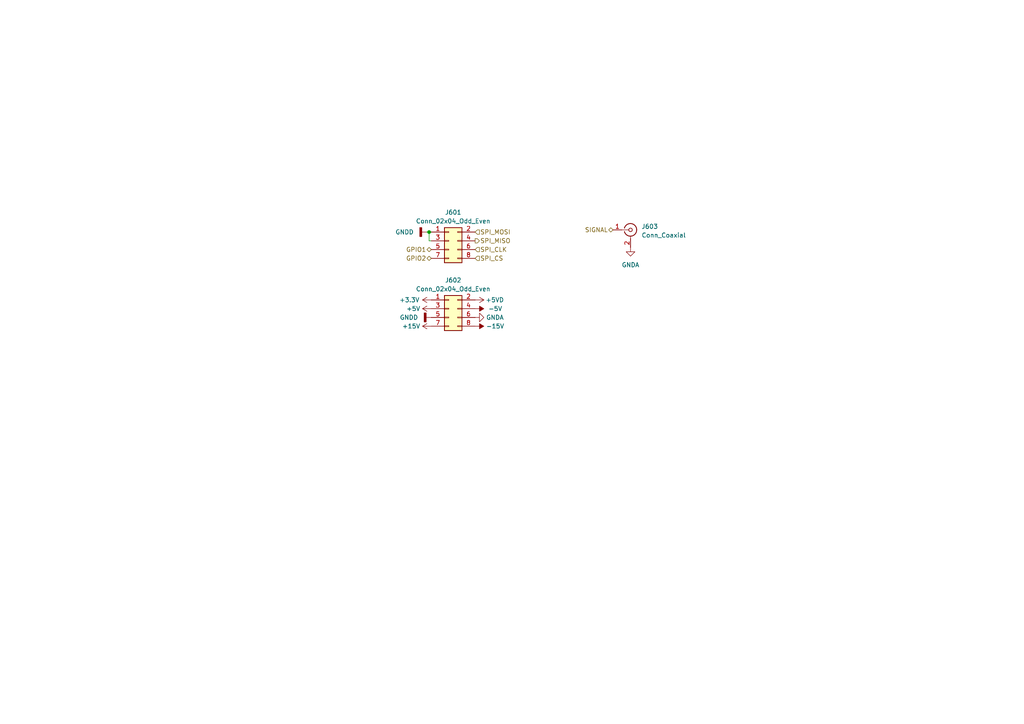
<source format=kicad_sch>
(kicad_sch (version 20230121) (generator eeschema)
  (paper "A4")
  (lib_symbols
    (symbol "Connector:Conn_Coaxial" (pin_names (offset 1.016) hide)
      (property "Reference" "J" (at 0.254 3.048 0))
      (property "Value" "Conn_Coaxial" (at 2.921 0 90))
      (symbol "Conn_Coaxial_0_1"
        (arc (start -1.778 -0.508) (mid 0.2311 -1.8066) (end 1.778 0) (stroke (width 0.254)))
        (polyline (pts (xy -2.54 0) (xy -0.508 0)))
        (polyline (pts (xy 0 -2.54) (xy 0 -1.778)))
        (circle (center 0 0) (radius 0.508) (stroke (width 0.2032)))
        (arc (start 1.778 0) (mid 0.2099 1.8101) (end -1.778 0.508) (stroke (width 0.254)))
      )
      (symbol "Conn_Coaxial_1_1"
        (pin passive line (at -5.08 0 0) (length 2.54) (name "In") (number "1"))
        (pin passive line (at 0 -5.08 90) (length 2.54) (name "Ext") (number "2"))
      )
    )
    (symbol "Connector_Generic:Conn_02x04_Odd_Even" (pin_names (offset 1.016) hide)
      (property "Reference" "J" (at 1.27 5.08 0))
      (property "Value" "Conn_02x04_Odd_Even" (at 1.27 -7.62 0))
      (symbol "Conn_02x04_Odd_Even_1_1"
        (rectangle (start -1.27 -4.953) (end 0 -5.207) (stroke (width 0.1524)))
        (rectangle (start -1.27 -2.413) (end 0 -2.667) (stroke (width 0.1524)))
        (rectangle (start -1.27 0.127) (end 0 -0.127) (stroke (width 0.1524)))
        (rectangle (start -1.27 2.667) (end 0 2.413) (stroke (width 0.1524)))
        (rectangle (start -1.27 3.81) (end 3.81 -6.35) (stroke (width 0.254)) (fill (type background)))
        (rectangle (start 3.81 -4.953) (end 2.54 -5.207) (stroke (width 0.1524)))
        (rectangle (start 3.81 -2.413) (end 2.54 -2.667) (stroke (width 0.1524)))
        (rectangle (start 3.81 0.127) (end 2.54 -0.127) (stroke (width 0.1524)))
        (rectangle (start 3.81 2.667) (end 2.54 2.413) (stroke (width 0.1524)))
        (pin passive line (at -5.08 2.54 0) (length 3.81) (name "Pin_1") (number "1"))
        (pin passive line (at 7.62 2.54 180) (length 3.81) (name "Pin_2") (number "2"))
        (pin passive line (at -5.08 0 0) (length 3.81) (name "Pin_3") (number "3"))
        (pin passive line (at 7.62 0 180) (length 3.81) (name "Pin_4") (number "4"))
        (pin passive line (at -5.08 -2.54 0) (length 3.81) (name "Pin_5") (number "5"))
        (pin passive line (at 7.62 -2.54 180) (length 3.81) (name "Pin_6") (number "6"))
        (pin passive line (at -5.08 -5.08 0) (length 3.81) (name "Pin_7") (number "7"))
        (pin passive line (at 7.62 -5.08 180) (length 3.81) (name "Pin_8") (number "8"))
      )
    )
    (symbol "power:+15V" (power) (pin_names (offset 0))
      (property "Value" "+15V" (at 0 3.556 0))
      (symbol "+15V_0_1"
        (polyline (pts (xy -0.762 1.27) (xy 0 2.54)))
        (polyline (pts (xy 0 0) (xy 0 2.54)))
        (polyline (pts (xy 0 2.54) (xy 0.762 1.27)))
      )
      (symbol "+15V_1_1"
        (pin power_in line (at 0 0 90) (length 0) hide (name "+15V") (number "1"))
      )
    )
    (symbol "power:+3.3V" (power) (pin_names (offset 0))
      (property "Value" "+3.3V" (at 0 3.556 0))
      (symbol "+3.3V_0_1"
        (polyline (pts (xy -0.762 1.27) (xy 0 2.54)))
        (polyline (pts (xy 0 0) (xy 0 2.54)))
        (polyline (pts (xy 0 2.54) (xy 0.762 1.27)))
      )
      (symbol "+3.3V_1_1"
        (pin power_in line (at 0 0 90) (length 0) hide (name "+3.3V") (number "1"))
      )
    )
    (symbol "power:+5V" (power) (pin_names (offset 0))
      (property "Value" "+5V" (at 0 3.556 0))
      (symbol "+5V_0_1"
        (polyline (pts (xy -0.762 1.27) (xy 0 2.54)))
        (polyline (pts (xy 0 0) (xy 0 2.54)))
        (polyline (pts (xy 0 2.54) (xy 0.762 1.27)))
      )
      (symbol "+5V_1_1"
        (pin power_in line (at 0 0 90) (length 0) hide (name "+5V") (number "1"))
      )
    )
    (symbol "power:+5VD" (power) (pin_names (offset 0))
      (property "Value" "+5VD" (at 0 3.556 0))
      (symbol "+5VD_0_1"
        (polyline (pts (xy -0.762 1.27) (xy 0 2.54)))
        (polyline (pts (xy 0 0) (xy 0 2.54)))
        (polyline (pts (xy 0 2.54) (xy 0.762 1.27)))
      )
      (symbol "+5VD_1_1"
        (pin power_in line (at 0 0 90) (length 0) hide (name "+5VD") (number "1"))
      )
    )
    (symbol "power:-15V" (power) (pin_names (offset 0))
      (property "Value" "-15V" (at 0 3.81 0))
      (symbol "-15V_0_0"
        (pin power_in line (at 0 0 90) (length 0) hide (name "-15V") (number "1"))
      )
      (symbol "-15V_0_1"
        (polyline (pts (xy 0 0) (xy 0 1.27) (xy 0.762 1.27) (xy 0 2.54) (xy -0.762 1.27) (xy 0 1.27)) (fill (type outline)))
      )
    )
    (symbol "power:-5V" (power) (pin_names (offset 0))
      (property "Value" "-5V" (at 0 3.81 0))
      (symbol "-5V_0_0"
        (pin power_in line (at 0 0 90) (length 0) hide (name "-5V") (number "1"))
      )
      (symbol "-5V_0_1"
        (polyline (pts (xy 0 0) (xy 0 1.27) (xy 0.762 1.27) (xy 0 2.54) (xy -0.762 1.27) (xy 0 1.27)) (fill (type outline)))
      )
    )
    (symbol "power:GNDA" (power) (pin_names (offset 0))
      (property "Value" "GNDA" (at 0 -3.81 0))
      (symbol "GNDA_0_1"
        (polyline (pts (xy 0 0) (xy 0 -1.27) (xy 1.27 -1.27) (xy 0 -2.54) (xy -1.27 -1.27) (xy 0 -1.27)))
      )
      (symbol "GNDA_1_1"
        (pin power_in line (at 0 0 270) (length 0) hide (name "GNDA") (number "1"))
      )
    )
    (symbol "power:GNDD" (power) (pin_names (offset 0))
      (property "Value" "GNDD" (at 0 -3.175 0))
      (symbol "GNDD_0_1"
        (rectangle (start -1.27 -1.524) (end 1.27 -2.032) (stroke (width 0.254)) (fill (type outline)))
        (polyline (pts (xy 0 0) (xy 0 -1.524)))
      )
      (symbol "GNDD_1_1"
        (pin power_in line (at 0 0 270) (length 0) hide (name "GNDD") (number "1"))
      )
    )
  )
  (junction (at 124.46 67.31))
  (wire (pts (xy 124.46 67.31) (xy 125.095 67.31)))
  (wire (pts (xy 124.46 69.85) (xy 125.095 69.85)))
  (wire (pts (xy 124.46 67.31) (xy 124.46 69.85)))
  (wire (pts (xy 123.825 67.31) (xy 124.46 67.31)))
  (hierarchical_label "SPI_MISO" (shape output) (at 137.795 69.85 0))
  (hierarchical_label "GPIO1" (shape bidirectional) (at 125.095 72.39 180))
  (hierarchical_label "SPI_CLK" (shape input) (at 137.795 72.39 0))
  (hierarchical_label "GPIO2" (shape bidirectional) (at 125.095 74.93 180))
  (hierarchical_label "SPI_CS" (shape input) (at 137.795 74.93 0))
  (hierarchical_label "SPI_MOSI" (shape input) (at 137.795 67.31 0))
  (hierarchical_label "SIGNAL" (shape bidirectional) (at 177.8 66.675 180))
  (symbol (lib_id "Connector_Generic:Conn_02x04_Odd_Even") (at 130.175 69.85 0) (unit 1)
    (property "Reference" "J601" (at 131.445 61.595 0))
    (property "Value" "Conn_02x04_Odd_Even" (at 131.445 64.135 0))
  )
  (symbol (lib_id "power:GNDA") (at 137.795 92.075 90) (unit 1)
    (property "Reference" "#PWR0608" (effects hide))
    (property "Value" "GNDA" (at 140.97 92.075 90) (effects (justify right)))
  )
  (symbol (lib_id "power:GNDD") (at 123.825 67.31 270) (unit 1)
    (property "Reference" "#PWR0601" (effects hide))
    (property "Value" "GNDD" (at 120.015 67.31 90) (effects (justify right)))
  )
  (symbol (lib_id "Connector_Generic:Conn_02x04_Odd_Even") (at 130.175 89.535 0) (unit 1)
    (property "Reference" "J602" (at 131.445 81.28 0))
    (property "Value" "Conn_02x04_Odd_Even" (at 131.445 83.82 0))
  )
  (symbol (lib_id "power:+3.3V") (at 125.095 86.995 90) (unit 1)
    (property "Reference" "#PWR0719" (effects hide))
    (property "Value" "+3.3V" (at 118.745 86.995 90))
    (instances (project "ETH1CFGEN1A" (path "" (reference "#PWR0719") (unit 1)) (path "" (reference "#PWR0602") (unit 1))))
  )
  (symbol (lib_id "power:+5V") (at 125.095 89.535 90) (unit 1)
    (property "Reference" "#PWR0731" (effects hide))
    (property "Value" "+5V" (at 121.92 89.535 90) (effects (justify left)))
    (instances (project "ETH1CFGEN1A" (path "" (reference "#PWR0731") (unit 1)) (path "" (reference "#PWR0603") (unit 1))))
  )
  (symbol (lib_id "power:+15V") (at 125.095 94.615 90) (unit 1)
    (property "Reference" "#PWR0721" (effects hide))
    (property "Value" "+15V" (at 121.92 94.615 90) (effects (justify left)))
    (instances (project "ETH1CFGEN1A" (path "" (reference "#PWR0721") (unit 1)) (path "" (reference "#PWR0605") (unit 1))))
  )
  (symbol (lib_id "power:-5V") (at 137.795 89.535 270) (unit 1)
    (property "Reference" "#PWR0732" (effects hide))
    (property "Value" "-5V" (at 141.605 89.535 90) (effects (justify left)))
    (instances (project "ETH1CFGEN1A" (path "" (reference "#PWR0732") (unit 1)) (path "" (reference "#PWR0607") (unit 1))))
  )
  (symbol (lib_id "power:GNDD") (at 125.095 92.075 270) (unit 1)
    (property "Reference" "#PWR0604" (effects hide))
    (property "Value" "GNDD" (at 121.285 92.075 90) (effects (justify right)))
  )
  (symbol (lib_id "Connector:Conn_Coaxial") (at 182.88 66.675 0) (unit 1)
    (property "Reference" "J603" (at 186.055 65.6982 0) (effects (justify left)))
    (property "Value" "Conn_Coaxial" (at 186.055 68.2382 0) (effects (justify left)))
    (property "Datasheet" " ~" (effects hide))
  )
  (symbol (lib_id "power:-15V") (at 137.795 94.615 270) (unit 1)
    (property "Reference" "#PWR0722" (effects hide))
    (property "Value" "-15V" (at 140.97 94.615 90) (effects (justify left)))
    (instances (project "ETH1CFGEN1A" (path "" (reference "#PWR0722") (unit 1)) (path "" (reference "#PWR0609") (unit 1))))
  )
  (symbol (lib_id "power:GNDA") (at 182.88 71.755 0) (unit 1)
    (property "Reference" "#PWR0610" (effects hide))
    (property "Value" "GNDA" (at 182.88 76.835 0))
  )
  (symbol (lib_id "power:+5VD") (at 137.795 86.995 270) (unit 1)
    (property "Reference" "#PWR0707" (effects hide))
    (property "Value" "+5VD" (at 143.51 86.995 90))
    (instances (project "ETH1CFGEN1A" (path "" (reference "#PWR0707") (unit 1)) (path "" (reference "#PWR0606") (unit 1))))
  )
)
</source>
